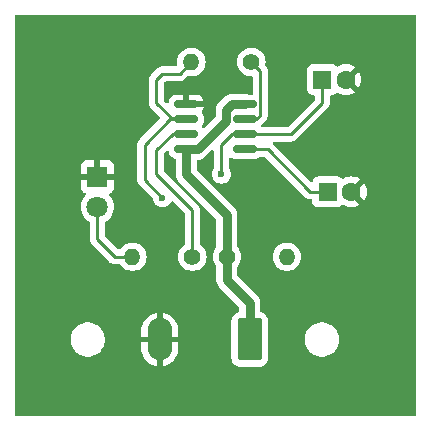
<source format=gbr>
%TF.GenerationSoftware,KiCad,Pcbnew,8.0.5*%
%TF.CreationDate,2024-12-18T15:09:30+03:00*%
%TF.ProjectId,555_badge,3535355f-6261-4646-9765-2e6b69636164,V01*%
%TF.SameCoordinates,Original*%
%TF.FileFunction,Copper,L1,Top*%
%TF.FilePolarity,Positive*%
%FSLAX46Y46*%
G04 Gerber Fmt 4.6, Leading zero omitted, Abs format (unit mm)*
G04 Created by KiCad (PCBNEW 8.0.5) date 2024-12-18 15:09:30*
%MOMM*%
%LPD*%
G01*
G04 APERTURE LIST*
G04 Aperture macros list*
%AMRoundRect*
0 Rectangle with rounded corners*
0 $1 Rounding radius*
0 $2 $3 $4 $5 $6 $7 $8 $9 X,Y pos of 4 corners*
0 Add a 4 corners polygon primitive as box body*
4,1,4,$2,$3,$4,$5,$6,$7,$8,$9,$2,$3,0*
0 Add four circle primitives for the rounded corners*
1,1,$1+$1,$2,$3*
1,1,$1+$1,$4,$5*
1,1,$1+$1,$6,$7*
1,1,$1+$1,$8,$9*
0 Add four rect primitives between the rounded corners*
20,1,$1+$1,$2,$3,$4,$5,0*
20,1,$1+$1,$4,$5,$6,$7,0*
20,1,$1+$1,$6,$7,$8,$9,0*
20,1,$1+$1,$8,$9,$2,$3,0*%
G04 Aperture macros list end*
%TA.AperFunction,SMDPad,CuDef*%
%ADD10RoundRect,0.150000X-0.825000X-0.150000X0.825000X-0.150000X0.825000X0.150000X-0.825000X0.150000X0*%
%TD*%
%TA.AperFunction,ComponentPad*%
%ADD11R,1.800000X1.800000*%
%TD*%
%TA.AperFunction,ComponentPad*%
%ADD12C,1.800000*%
%TD*%
%TA.AperFunction,ComponentPad*%
%ADD13O,1.400000X1.400000*%
%TD*%
%TA.AperFunction,ComponentPad*%
%ADD14C,1.400000*%
%TD*%
%TA.AperFunction,ComponentPad*%
%ADD15RoundRect,0.250001X0.799999X1.549999X-0.799999X1.549999X-0.799999X-1.549999X0.799999X-1.549999X0*%
%TD*%
%TA.AperFunction,ComponentPad*%
%ADD16O,2.100000X3.600000*%
%TD*%
%TA.AperFunction,ComponentPad*%
%ADD17R,1.600000X1.600000*%
%TD*%
%TA.AperFunction,ComponentPad*%
%ADD18C,1.600000*%
%TD*%
%TA.AperFunction,ViaPad*%
%ADD19C,0.600000*%
%TD*%
%TA.AperFunction,Conductor*%
%ADD20C,0.254000*%
%TD*%
%TA.AperFunction,Conductor*%
%ADD21C,0.762000*%
%TD*%
G04 APERTURE END LIST*
D10*
%TO.P,U1,1,GND*%
%TO.N,GND*%
X129525000Y-80595000D03*
%TO.P,U1,2,TR*%
%TO.N,Net-(U1-THR)*%
X129525000Y-81865000D03*
%TO.P,U1,3,Q*%
%TO.N,Net-(U1-Q)*%
X129525000Y-83135000D03*
%TO.P,U1,4,R*%
%TO.N,Net-(J1-Pin_1)*%
X129525000Y-84405000D03*
%TO.P,U1,5,CV*%
%TO.N,Net-(U1-CV)*%
X134475000Y-84405000D03*
%TO.P,U1,6,THR*%
%TO.N,Net-(U1-THR)*%
X134475000Y-83135000D03*
%TO.P,U1,7,DIS*%
%TO.N,Net-(U1-DIS)*%
X134475000Y-81865000D03*
%TO.P,U1,8,VCC*%
%TO.N,Net-(J1-Pin_1)*%
X134475000Y-80595000D03*
%TD*%
D11*
%TO.P,D1,1,K*%
%TO.N,GND*%
X122000000Y-86725000D03*
D12*
%TO.P,D1,2,A*%
%TO.N,Net-(D1-A)*%
X122000000Y-89265000D03*
%TD*%
D13*
%TO.P,R3,2*%
%TO.N,Net-(U1-THR)*%
X129960000Y-77000000D03*
D14*
%TO.P,R3,1*%
%TO.N,Net-(U1-DIS)*%
X135040000Y-77000000D03*
%TD*%
D15*
%TO.P,J1,1,Pin_1*%
%TO.N,Net-(J1-Pin_1)*%
X134900000Y-100500000D03*
D16*
%TO.P,J1,2,Pin_2*%
%TO.N,GND*%
X127280000Y-100500000D03*
%TD*%
D17*
%TO.P,C2,1*%
%TO.N,Net-(U1-THR)*%
X141044888Y-78500000D03*
D18*
%TO.P,C2,2*%
%TO.N,GND*%
X143044888Y-78500000D03*
%TD*%
D17*
%TO.P,C1,1*%
%TO.N,Net-(U1-CV)*%
X141500000Y-88000000D03*
D18*
%TO.P,C1,2*%
%TO.N,GND*%
X143500000Y-88000000D03*
%TD*%
D14*
%TO.P,R2,1*%
%TO.N,Net-(J1-Pin_1)*%
X132960000Y-93500000D03*
D13*
%TO.P,R2,2*%
%TO.N,Net-(U1-DIS)*%
X138040000Y-93500000D03*
%TD*%
D14*
%TO.P,R1,1*%
%TO.N,Net-(U1-Q)*%
X130040000Y-93500000D03*
D13*
%TO.P,R1,2*%
%TO.N,Net-(D1-A)*%
X124960000Y-93500000D03*
%TD*%
D19*
%TO.N,Net-(U1-THR)*%
X132500000Y-86500000D03*
X127500000Y-88500000D03*
%TD*%
D20*
%TO.N,Net-(U1-THR)*%
X132500000Y-84000000D02*
X132500000Y-86500000D01*
X133365000Y-83135000D02*
X132500000Y-84000000D01*
X134475000Y-83135000D02*
X133365000Y-83135000D01*
X126000000Y-87000000D02*
X127500000Y-88500000D01*
X126000000Y-84000000D02*
X126000000Y-87000000D01*
X128135000Y-81865000D02*
X126000000Y-84000000D01*
X129525000Y-81865000D02*
X128135000Y-81865000D01*
%TO.N,Net-(U1-DIS)*%
X135777000Y-81537999D02*
X135449999Y-81865000D01*
X135449999Y-81865000D02*
X134475000Y-81865000D01*
X135777000Y-77737000D02*
X135777000Y-81537999D01*
X135040000Y-77000000D02*
X135777000Y-77737000D01*
%TO.N,Net-(U1-THR)*%
X128960000Y-78000000D02*
X129960000Y-77000000D01*
X127500000Y-78000000D02*
X128960000Y-78000000D01*
X127000000Y-78500000D02*
X127500000Y-78000000D01*
X127000000Y-80500000D02*
X127000000Y-78500000D01*
X128365000Y-81865000D02*
X127000000Y-80500000D01*
X129525000Y-81865000D02*
X128365000Y-81865000D01*
X141044888Y-80455112D02*
X141044888Y-78500000D01*
X138365000Y-83135000D02*
X141044888Y-80455112D01*
X134475000Y-83135000D02*
X138365000Y-83135000D01*
%TO.N,Net-(U1-CV)*%
X136405000Y-84405000D02*
X140000000Y-88000000D01*
X140000000Y-88000000D02*
X141500000Y-88000000D01*
X134475000Y-84405000D02*
X136405000Y-84405000D01*
%TO.N,Net-(D1-A)*%
X122000000Y-92000000D02*
X122000000Y-89265000D01*
X123500000Y-93500000D02*
X122000000Y-92000000D01*
X124960000Y-93500000D02*
X123500000Y-93500000D01*
%TO.N,Net-(U1-Q)*%
X127000000Y-86500000D02*
X127000000Y-84500000D01*
X127000000Y-84500000D02*
X128365000Y-83135000D01*
X128365000Y-83135000D02*
X129525000Y-83135000D01*
X130040000Y-89540000D02*
X127000000Y-86500000D01*
X130040000Y-93500000D02*
X130040000Y-89540000D01*
D21*
%TO.N,Net-(J1-Pin_1)*%
X133405000Y-80595000D02*
X134475000Y-80595000D01*
X132919000Y-81985999D02*
X132919000Y-81081000D01*
X132919000Y-81081000D02*
X133405000Y-80595000D01*
X130499999Y-84405000D02*
X132919000Y-81985999D01*
X129525000Y-84405000D02*
X130499999Y-84405000D01*
X129525000Y-86475000D02*
X129525000Y-84405000D01*
X132960000Y-89960000D02*
X129500000Y-86500000D01*
X129500000Y-86500000D02*
X129525000Y-86475000D01*
X132960000Y-93500000D02*
X132960000Y-89960000D01*
X134900000Y-97400000D02*
X132960000Y-95460000D01*
X132960000Y-95460000D02*
X132960000Y-93500000D01*
X134900000Y-100500000D02*
X134900000Y-97400000D01*
%TD*%
%TA.AperFunction,Conductor*%
%TO.N,GND*%
G36*
X148942539Y-73020185D02*
G01*
X148988294Y-73072989D01*
X148999500Y-73124500D01*
X148999500Y-106875500D01*
X148979815Y-106942539D01*
X148927011Y-106988294D01*
X148875500Y-106999500D01*
X115124500Y-106999500D01*
X115057461Y-106979815D01*
X115011706Y-106927011D01*
X115000500Y-106875500D01*
X115000500Y-100385837D01*
X119729500Y-100385837D01*
X119729500Y-100614162D01*
X119765215Y-100839660D01*
X119835770Y-101056803D01*
X119908733Y-101200000D01*
X119939421Y-101260228D01*
X120073621Y-101444937D01*
X120235063Y-101606379D01*
X120419772Y-101740579D01*
X120515884Y-101789550D01*
X120623196Y-101844229D01*
X120623198Y-101844229D01*
X120623201Y-101844231D01*
X120739592Y-101882049D01*
X120840339Y-101914784D01*
X121065838Y-101950500D01*
X121065843Y-101950500D01*
X121294162Y-101950500D01*
X121519660Y-101914784D01*
X121736799Y-101844231D01*
X121940228Y-101740579D01*
X122124937Y-101606379D01*
X122286379Y-101444937D01*
X122420579Y-101260228D01*
X122524231Y-101056799D01*
X122594784Y-100839660D01*
X122616242Y-100704182D01*
X122630500Y-100614162D01*
X122630500Y-100385837D01*
X122594784Y-100160339D01*
X122560159Y-100053776D01*
X122524231Y-99943201D01*
X122524229Y-99943198D01*
X122524229Y-99943196D01*
X122464973Y-99826901D01*
X122420579Y-99739772D01*
X122339376Y-99628006D01*
X125730000Y-99628006D01*
X125730000Y-100250000D01*
X126625879Y-100250000D01*
X126606901Y-100295818D01*
X126580000Y-100431056D01*
X126580000Y-100568944D01*
X126606901Y-100704182D01*
X126625879Y-100750000D01*
X125730000Y-100750000D01*
X125730000Y-101371993D01*
X125768165Y-101612959D01*
X125843560Y-101844998D01*
X125954321Y-102062377D01*
X126097728Y-102259759D01*
X126270240Y-102432271D01*
X126467622Y-102575678D01*
X126685001Y-102686439D01*
X126917041Y-102761834D01*
X127029999Y-102779724D01*
X127030000Y-102779724D01*
X127030000Y-101154120D01*
X127075818Y-101173099D01*
X127211056Y-101200000D01*
X127348944Y-101200000D01*
X127484182Y-101173099D01*
X127530000Y-101154120D01*
X127530000Y-102779724D01*
X127642957Y-102761834D01*
X127642958Y-102761834D01*
X127874998Y-102686439D01*
X128092377Y-102575678D01*
X128289759Y-102432271D01*
X128462271Y-102259759D01*
X128605678Y-102062377D01*
X128716439Y-101844998D01*
X128791834Y-101612959D01*
X128830000Y-101371993D01*
X128830000Y-100750000D01*
X127934121Y-100750000D01*
X127953099Y-100704182D01*
X127980000Y-100568944D01*
X127980000Y-100431056D01*
X127953099Y-100295818D01*
X127934121Y-100250000D01*
X128830000Y-100250000D01*
X128830000Y-99628006D01*
X128791834Y-99387040D01*
X128716439Y-99155001D01*
X128605678Y-98937622D01*
X128462271Y-98740240D01*
X128289759Y-98567728D01*
X128092377Y-98424321D01*
X127874998Y-98313560D01*
X127642959Y-98238165D01*
X127530000Y-98220274D01*
X127530000Y-99845879D01*
X127484182Y-99826901D01*
X127348944Y-99800000D01*
X127211056Y-99800000D01*
X127075818Y-99826901D01*
X127030000Y-99845879D01*
X127030000Y-98220274D01*
X126917040Y-98238165D01*
X126685001Y-98313560D01*
X126467622Y-98424321D01*
X126270240Y-98567728D01*
X126097728Y-98740240D01*
X125954321Y-98937622D01*
X125843560Y-99155001D01*
X125768165Y-99387040D01*
X125730000Y-99628006D01*
X122339376Y-99628006D01*
X122286379Y-99555063D01*
X122124937Y-99393621D01*
X121940228Y-99259421D01*
X121736803Y-99155770D01*
X121519660Y-99085215D01*
X121294162Y-99049500D01*
X121294157Y-99049500D01*
X121065843Y-99049500D01*
X121065838Y-99049500D01*
X120840339Y-99085215D01*
X120623196Y-99155770D01*
X120419771Y-99259421D01*
X120235061Y-99393622D01*
X120073622Y-99555061D01*
X119939421Y-99739771D01*
X119835770Y-99943196D01*
X119765215Y-100160339D01*
X119729500Y-100385837D01*
X115000500Y-100385837D01*
X115000500Y-89264993D01*
X120594700Y-89264993D01*
X120594700Y-89265006D01*
X120613864Y-89496297D01*
X120613866Y-89496308D01*
X120670842Y-89721300D01*
X120764075Y-89933848D01*
X120891016Y-90128147D01*
X120891019Y-90128151D01*
X120891021Y-90128153D01*
X121048216Y-90298913D01*
X121048219Y-90298915D01*
X121048222Y-90298918D01*
X121231365Y-90441464D01*
X121231375Y-90441471D01*
X121307517Y-90482676D01*
X121357108Y-90531895D01*
X121372500Y-90591731D01*
X121372500Y-92061807D01*
X121396612Y-92183027D01*
X121396614Y-92183035D01*
X121430062Y-92263785D01*
X121443915Y-92297229D01*
X121443920Y-92297239D01*
X121512588Y-92400007D01*
X121512591Y-92400011D01*
X123012589Y-93900008D01*
X123099992Y-93987411D01*
X123099993Y-93987412D01*
X123202760Y-94056079D01*
X123202773Y-94056086D01*
X123316960Y-94103383D01*
X123316965Y-94103385D01*
X123316969Y-94103385D01*
X123316970Y-94103386D01*
X123438194Y-94127500D01*
X123438197Y-94127500D01*
X123867768Y-94127500D01*
X123934807Y-94147185D01*
X123966722Y-94176773D01*
X124069020Y-94312238D01*
X124233437Y-94462123D01*
X124233439Y-94462125D01*
X124422595Y-94579245D01*
X124422596Y-94579245D01*
X124422599Y-94579247D01*
X124630060Y-94659618D01*
X124848757Y-94700500D01*
X124848759Y-94700500D01*
X125071241Y-94700500D01*
X125071243Y-94700500D01*
X125289940Y-94659618D01*
X125497401Y-94579247D01*
X125686562Y-94462124D01*
X125850981Y-94312236D01*
X125985058Y-94134689D01*
X126084229Y-93935528D01*
X126145115Y-93721536D01*
X126165643Y-93500000D01*
X126145115Y-93278464D01*
X126084229Y-93064472D01*
X125988638Y-92872500D01*
X125985061Y-92865316D01*
X125985056Y-92865308D01*
X125850979Y-92687761D01*
X125686562Y-92537876D01*
X125686560Y-92537874D01*
X125497404Y-92420754D01*
X125497398Y-92420752D01*
X125289940Y-92340382D01*
X125071243Y-92299500D01*
X124848757Y-92299500D01*
X124630060Y-92340382D01*
X124498864Y-92391207D01*
X124422601Y-92420752D01*
X124422595Y-92420754D01*
X124233439Y-92537874D01*
X124233437Y-92537876D01*
X124069020Y-92687761D01*
X123966722Y-92823227D01*
X123910613Y-92864863D01*
X123867768Y-92872500D01*
X123811281Y-92872500D01*
X123744242Y-92852815D01*
X123723600Y-92836181D01*
X122663819Y-91776400D01*
X122630334Y-91715077D01*
X122627500Y-91688719D01*
X122627500Y-90591731D01*
X122647185Y-90524692D01*
X122692483Y-90482676D01*
X122768624Y-90441471D01*
X122768623Y-90441471D01*
X122768626Y-90441470D01*
X122951784Y-90298913D01*
X123108979Y-90128153D01*
X123235924Y-89933849D01*
X123329157Y-89721300D01*
X123386134Y-89496305D01*
X123386135Y-89496297D01*
X123405300Y-89265006D01*
X123405300Y-89264993D01*
X123386135Y-89033702D01*
X123386133Y-89033691D01*
X123329157Y-88808699D01*
X123235924Y-88596151D01*
X123108981Y-88401849D01*
X123013832Y-88298489D01*
X122982910Y-88235835D01*
X122990770Y-88166409D01*
X123034918Y-88112253D01*
X123061730Y-88098325D01*
X123142084Y-88068355D01*
X123142093Y-88068350D01*
X123257187Y-87982190D01*
X123257190Y-87982187D01*
X123343350Y-87867093D01*
X123343354Y-87867086D01*
X123393596Y-87732379D01*
X123393598Y-87732372D01*
X123399999Y-87672844D01*
X123400000Y-87672827D01*
X123400000Y-86975000D01*
X122375278Y-86975000D01*
X122419333Y-86898694D01*
X122450000Y-86784244D01*
X122450000Y-86665756D01*
X122419333Y-86551306D01*
X122375278Y-86475000D01*
X123400000Y-86475000D01*
X123400000Y-85777172D01*
X123399999Y-85777155D01*
X123393598Y-85717627D01*
X123393596Y-85717620D01*
X123343354Y-85582913D01*
X123343350Y-85582906D01*
X123257190Y-85467812D01*
X123257187Y-85467809D01*
X123142093Y-85381649D01*
X123142086Y-85381645D01*
X123007379Y-85331403D01*
X123007372Y-85331401D01*
X122947844Y-85325000D01*
X122250000Y-85325000D01*
X122250000Y-86349722D01*
X122173694Y-86305667D01*
X122059244Y-86275000D01*
X121940756Y-86275000D01*
X121826306Y-86305667D01*
X121750000Y-86349722D01*
X121750000Y-85325000D01*
X121052155Y-85325000D01*
X120992627Y-85331401D01*
X120992620Y-85331403D01*
X120857913Y-85381645D01*
X120857906Y-85381649D01*
X120742812Y-85467809D01*
X120742809Y-85467812D01*
X120656649Y-85582906D01*
X120656645Y-85582913D01*
X120606403Y-85717620D01*
X120606401Y-85717627D01*
X120600000Y-85777155D01*
X120600000Y-86475000D01*
X121624722Y-86475000D01*
X121580667Y-86551306D01*
X121550000Y-86665756D01*
X121550000Y-86784244D01*
X121580667Y-86898694D01*
X121624722Y-86975000D01*
X120600000Y-86975000D01*
X120600000Y-87672844D01*
X120606401Y-87732372D01*
X120606403Y-87732379D01*
X120656645Y-87867086D01*
X120656649Y-87867093D01*
X120742809Y-87982187D01*
X120742812Y-87982190D01*
X120857906Y-88068350D01*
X120857913Y-88068354D01*
X120938270Y-88098325D01*
X120994204Y-88140196D01*
X121018621Y-88205660D01*
X121003770Y-88273933D01*
X120986168Y-88298489D01*
X120948295Y-88339629D01*
X120891021Y-88401847D01*
X120891019Y-88401848D01*
X120891016Y-88401853D01*
X120764075Y-88596151D01*
X120670842Y-88808699D01*
X120613866Y-89033691D01*
X120613864Y-89033702D01*
X120594700Y-89264993D01*
X115000500Y-89264993D01*
X115000500Y-83938195D01*
X125372500Y-83938195D01*
X125372500Y-87061807D01*
X125396612Y-87183028D01*
X125396615Y-87183038D01*
X125414323Y-87225786D01*
X125414324Y-87225790D01*
X125443913Y-87297226D01*
X125443917Y-87297233D01*
X125483518Y-87356500D01*
X125483519Y-87356501D01*
X125512590Y-87400010D01*
X125512591Y-87400011D01*
X126674146Y-88561565D01*
X126707631Y-88622888D01*
X126709685Y-88635361D01*
X126714630Y-88679249D01*
X126774210Y-88849521D01*
X126774211Y-88849522D01*
X126870184Y-89002262D01*
X126997738Y-89129816D01*
X127150478Y-89225789D01*
X127262517Y-89264993D01*
X127320745Y-89285368D01*
X127320750Y-89285369D01*
X127499996Y-89305565D01*
X127500000Y-89305565D01*
X127500004Y-89305565D01*
X127679249Y-89285369D01*
X127679252Y-89285368D01*
X127679255Y-89285368D01*
X127849522Y-89225789D01*
X128002262Y-89129816D01*
X128129816Y-89002262D01*
X128225789Y-88849522D01*
X128225790Y-88849517D01*
X128226771Y-88847482D01*
X128227758Y-88846388D01*
X128229494Y-88843626D01*
X128229977Y-88843929D01*
X128273591Y-88795619D01*
X128341016Y-88777302D01*
X128407642Y-88798345D01*
X128426176Y-88813595D01*
X129376181Y-89763600D01*
X129409666Y-89824923D01*
X129412500Y-89851281D01*
X129412500Y-92407471D01*
X129392815Y-92474510D01*
X129353779Y-92512897D01*
X129313438Y-92537875D01*
X129313437Y-92537876D01*
X129149020Y-92687761D01*
X129014943Y-92865308D01*
X129014938Y-92865316D01*
X128915775Y-93064461D01*
X128915769Y-93064476D01*
X128854885Y-93278462D01*
X128854884Y-93278464D01*
X128834357Y-93499999D01*
X128834357Y-93500000D01*
X128854884Y-93721535D01*
X128854885Y-93721537D01*
X128915769Y-93935523D01*
X128915775Y-93935538D01*
X129014938Y-94134683D01*
X129014943Y-94134691D01*
X129149020Y-94312238D01*
X129313437Y-94462123D01*
X129313439Y-94462125D01*
X129502595Y-94579245D01*
X129502596Y-94579245D01*
X129502599Y-94579247D01*
X129710060Y-94659618D01*
X129928757Y-94700500D01*
X129928759Y-94700500D01*
X130151241Y-94700500D01*
X130151243Y-94700500D01*
X130369940Y-94659618D01*
X130577401Y-94579247D01*
X130766562Y-94462124D01*
X130930981Y-94312236D01*
X131065058Y-94134689D01*
X131164229Y-93935528D01*
X131225115Y-93721536D01*
X131245643Y-93500000D01*
X131225115Y-93278464D01*
X131164229Y-93064472D01*
X131068638Y-92872500D01*
X131065061Y-92865316D01*
X131065056Y-92865308D01*
X130930979Y-92687761D01*
X130766562Y-92537876D01*
X130766561Y-92537875D01*
X130726221Y-92512897D01*
X130679586Y-92460869D01*
X130667500Y-92407471D01*
X130667500Y-89478194D01*
X130643386Y-89356970D01*
X130643385Y-89356969D01*
X130643385Y-89356965D01*
X130622095Y-89305565D01*
X130596086Y-89242773D01*
X130596079Y-89242760D01*
X130527412Y-89139993D01*
X130489016Y-89101597D01*
X130440008Y-89052589D01*
X127663819Y-86276400D01*
X127630334Y-86215077D01*
X127627500Y-86188719D01*
X127627500Y-84811281D01*
X127647185Y-84744242D01*
X127663819Y-84723600D01*
X127729851Y-84657568D01*
X127838675Y-84548743D01*
X127899996Y-84515260D01*
X127969687Y-84520244D01*
X128025621Y-84562115D01*
X128049972Y-84626696D01*
X128052401Y-84657568D01*
X128052402Y-84657573D01*
X128098254Y-84815393D01*
X128098255Y-84815396D01*
X128181917Y-84956862D01*
X128181923Y-84956870D01*
X128298129Y-85073076D01*
X128298133Y-85073079D01*
X128298135Y-85073081D01*
X128439602Y-85156744D01*
X128473115Y-85166480D01*
X128554095Y-85190008D01*
X128612981Y-85227614D01*
X128642187Y-85291087D01*
X128643500Y-85309084D01*
X128643500Y-86275285D01*
X128641117Y-86299477D01*
X128618500Y-86413176D01*
X128618500Y-86413179D01*
X128618500Y-86586821D01*
X128618500Y-86586823D01*
X128618499Y-86586823D01*
X128652374Y-86757118D01*
X128652377Y-86757128D01*
X128718822Y-86917543D01*
X128815295Y-87061926D01*
X128815296Y-87061927D01*
X132042181Y-90288811D01*
X132075666Y-90350134D01*
X132078500Y-90376492D01*
X132078500Y-92633649D01*
X132058815Y-92700688D01*
X132053454Y-92708376D01*
X131934943Y-92865308D01*
X131934938Y-92865316D01*
X131835775Y-93064461D01*
X131835769Y-93064476D01*
X131774885Y-93278462D01*
X131774884Y-93278464D01*
X131754357Y-93499999D01*
X131754357Y-93500000D01*
X131774884Y-93721535D01*
X131774885Y-93721537D01*
X131835769Y-93935523D01*
X131835775Y-93935538D01*
X131934938Y-94134683D01*
X131934943Y-94134691D01*
X132053454Y-94291624D01*
X132078146Y-94356985D01*
X132078500Y-94366351D01*
X132078500Y-95373179D01*
X132078500Y-95546821D01*
X132078500Y-95546823D01*
X132078499Y-95546823D01*
X132112374Y-95717118D01*
X132112377Y-95717128D01*
X132178822Y-95877543D01*
X132275295Y-96021926D01*
X132275296Y-96021927D01*
X133982181Y-97728810D01*
X134015666Y-97790133D01*
X134018500Y-97816491D01*
X134018500Y-98096834D01*
X133998815Y-98163873D01*
X133946011Y-98209628D01*
X133933504Y-98214540D01*
X133780665Y-98265186D01*
X133780662Y-98265187D01*
X133631348Y-98357286D01*
X133631344Y-98357289D01*
X133507289Y-98481344D01*
X133507286Y-98481348D01*
X133415187Y-98630662D01*
X133415186Y-98630664D01*
X133360001Y-98797203D01*
X133360000Y-98797204D01*
X133349500Y-98899984D01*
X133349500Y-102100015D01*
X133360000Y-102202795D01*
X133360001Y-102202796D01*
X133415186Y-102369335D01*
X133415187Y-102369337D01*
X133507286Y-102518651D01*
X133507289Y-102518655D01*
X133631344Y-102642710D01*
X133631348Y-102642713D01*
X133780662Y-102734812D01*
X133780664Y-102734813D01*
X133780666Y-102734814D01*
X133947203Y-102789999D01*
X134049992Y-102800500D01*
X134049997Y-102800500D01*
X135750003Y-102800500D01*
X135750008Y-102800500D01*
X135852797Y-102789999D01*
X136019334Y-102734814D01*
X136168655Y-102642711D01*
X136292711Y-102518655D01*
X136384814Y-102369334D01*
X136439999Y-102202797D01*
X136450500Y-102100008D01*
X136450500Y-100385837D01*
X139549500Y-100385837D01*
X139549500Y-100614162D01*
X139585215Y-100839660D01*
X139655770Y-101056803D01*
X139728733Y-101200000D01*
X139759421Y-101260228D01*
X139893621Y-101444937D01*
X140055063Y-101606379D01*
X140239772Y-101740579D01*
X140335884Y-101789550D01*
X140443196Y-101844229D01*
X140443198Y-101844229D01*
X140443201Y-101844231D01*
X140559592Y-101882049D01*
X140660339Y-101914784D01*
X140885838Y-101950500D01*
X140885843Y-101950500D01*
X141114162Y-101950500D01*
X141339660Y-101914784D01*
X141556799Y-101844231D01*
X141760228Y-101740579D01*
X141944937Y-101606379D01*
X142106379Y-101444937D01*
X142240579Y-101260228D01*
X142344231Y-101056799D01*
X142414784Y-100839660D01*
X142436242Y-100704182D01*
X142450500Y-100614162D01*
X142450500Y-100385837D01*
X142414784Y-100160339D01*
X142380159Y-100053776D01*
X142344231Y-99943201D01*
X142344229Y-99943198D01*
X142344229Y-99943196D01*
X142284973Y-99826901D01*
X142240579Y-99739772D01*
X142106379Y-99555063D01*
X141944937Y-99393621D01*
X141760228Y-99259421D01*
X141556803Y-99155770D01*
X141339660Y-99085215D01*
X141114162Y-99049500D01*
X141114157Y-99049500D01*
X140885843Y-99049500D01*
X140885838Y-99049500D01*
X140660339Y-99085215D01*
X140443196Y-99155770D01*
X140239771Y-99259421D01*
X140055061Y-99393622D01*
X139893622Y-99555061D01*
X139759421Y-99739771D01*
X139655770Y-99943196D01*
X139585215Y-100160339D01*
X139549500Y-100385837D01*
X136450500Y-100385837D01*
X136450500Y-98899992D01*
X136439999Y-98797203D01*
X136384814Y-98630666D01*
X136292711Y-98481345D01*
X136168655Y-98357289D01*
X136168651Y-98357286D01*
X136019337Y-98265187D01*
X136019334Y-98265186D01*
X135866496Y-98214540D01*
X135809051Y-98174767D01*
X135782228Y-98110251D01*
X135781500Y-98096834D01*
X135781500Y-97313177D01*
X135747625Y-97142881D01*
X135747624Y-97142880D01*
X135747624Y-97142876D01*
X135747622Y-97142871D01*
X135681178Y-96982459D01*
X135681171Y-96982446D01*
X135584707Y-96838078D01*
X135584706Y-96838077D01*
X135461923Y-96715294D01*
X133877819Y-95131189D01*
X133844334Y-95069866D01*
X133841500Y-95043508D01*
X133841500Y-94366351D01*
X133861185Y-94299312D01*
X133866546Y-94291624D01*
X133985058Y-94134689D01*
X134084229Y-93935528D01*
X134145115Y-93721536D01*
X134165643Y-93500000D01*
X134165643Y-93499999D01*
X136834357Y-93499999D01*
X136834357Y-93500000D01*
X136854884Y-93721535D01*
X136854885Y-93721537D01*
X136915769Y-93935523D01*
X136915775Y-93935538D01*
X137014938Y-94134683D01*
X137014943Y-94134691D01*
X137149020Y-94312238D01*
X137313437Y-94462123D01*
X137313439Y-94462125D01*
X137502595Y-94579245D01*
X137502596Y-94579245D01*
X137502599Y-94579247D01*
X137710060Y-94659618D01*
X137928757Y-94700500D01*
X137928759Y-94700500D01*
X138151241Y-94700500D01*
X138151243Y-94700500D01*
X138369940Y-94659618D01*
X138577401Y-94579247D01*
X138766562Y-94462124D01*
X138930981Y-94312236D01*
X139065058Y-94134689D01*
X139164229Y-93935528D01*
X139225115Y-93721536D01*
X139245643Y-93500000D01*
X139225115Y-93278464D01*
X139164229Y-93064472D01*
X139068638Y-92872500D01*
X139065061Y-92865316D01*
X139065056Y-92865308D01*
X138930979Y-92687761D01*
X138766562Y-92537876D01*
X138766560Y-92537874D01*
X138577404Y-92420754D01*
X138577398Y-92420752D01*
X138369940Y-92340382D01*
X138151243Y-92299500D01*
X137928757Y-92299500D01*
X137710060Y-92340382D01*
X137578864Y-92391207D01*
X137502601Y-92420752D01*
X137502595Y-92420754D01*
X137313439Y-92537874D01*
X137313437Y-92537876D01*
X137149020Y-92687761D01*
X137014943Y-92865308D01*
X137014938Y-92865316D01*
X136915775Y-93064461D01*
X136915769Y-93064476D01*
X136854885Y-93278462D01*
X136854884Y-93278464D01*
X136834357Y-93499999D01*
X134165643Y-93499999D01*
X134145115Y-93278464D01*
X134084229Y-93064472D01*
X133988638Y-92872500D01*
X133985061Y-92865316D01*
X133985056Y-92865308D01*
X133866546Y-92708376D01*
X133841854Y-92643015D01*
X133841500Y-92633649D01*
X133841500Y-89873179D01*
X133841499Y-89873176D01*
X133841050Y-89870915D01*
X133841048Y-89870908D01*
X133807625Y-89702876D01*
X133774400Y-89622664D01*
X133741176Y-89542454D01*
X133644704Y-89398073D01*
X130442819Y-86196188D01*
X130409334Y-86134865D01*
X130406500Y-86108507D01*
X130406500Y-85410500D01*
X130426185Y-85343461D01*
X130478989Y-85297706D01*
X130530500Y-85286500D01*
X130586822Y-85286500D01*
X130701392Y-85263709D01*
X130757123Y-85252624D01*
X130870891Y-85205500D01*
X130917542Y-85186177D01*
X130917543Y-85186176D01*
X130917546Y-85186175D01*
X131061923Y-85089706D01*
X131660819Y-84490810D01*
X131722142Y-84457325D01*
X131791833Y-84462309D01*
X131847767Y-84504180D01*
X131872184Y-84569645D01*
X131872500Y-84578491D01*
X131872500Y-85958328D01*
X131853494Y-86024300D01*
X131774211Y-86150476D01*
X131714631Y-86320745D01*
X131714630Y-86320750D01*
X131694435Y-86499996D01*
X131694435Y-86500003D01*
X131714630Y-86679249D01*
X131714631Y-86679254D01*
X131774211Y-86849523D01*
X131816951Y-86917543D01*
X131870184Y-87002262D01*
X131997738Y-87129816D01*
X132150478Y-87225789D01*
X132320745Y-87285368D01*
X132320750Y-87285369D01*
X132499996Y-87305565D01*
X132500000Y-87305565D01*
X132500004Y-87305565D01*
X132679249Y-87285369D01*
X132679252Y-87285368D01*
X132679255Y-87285368D01*
X132849522Y-87225789D01*
X133002262Y-87129816D01*
X133129816Y-87002262D01*
X133225789Y-86849522D01*
X133285368Y-86679255D01*
X133286889Y-86665756D01*
X133305565Y-86500003D01*
X133305565Y-86499996D01*
X133285369Y-86320750D01*
X133285368Y-86320745D01*
X133248393Y-86215077D01*
X133225789Y-86150478D01*
X133146505Y-86024299D01*
X133127500Y-85958328D01*
X133127500Y-85219132D01*
X133147185Y-85152093D01*
X133199989Y-85106338D01*
X133269147Y-85096394D01*
X133314618Y-85112399D01*
X133389602Y-85156744D01*
X133431224Y-85168836D01*
X133547426Y-85202597D01*
X133547429Y-85202597D01*
X133547431Y-85202598D01*
X133584306Y-85205500D01*
X133584314Y-85205500D01*
X135365686Y-85205500D01*
X135365694Y-85205500D01*
X135402569Y-85202598D01*
X135402571Y-85202597D01*
X135402573Y-85202597D01*
X135459097Y-85186175D01*
X135560398Y-85156744D01*
X135701865Y-85073081D01*
X135701870Y-85073076D01*
X135706128Y-85068819D01*
X135767451Y-85035334D01*
X135793809Y-85032500D01*
X136093719Y-85032500D01*
X136160758Y-85052185D01*
X136181400Y-85068819D01*
X139512589Y-88400008D01*
X139558898Y-88446317D01*
X139599993Y-88487412D01*
X139702760Y-88556079D01*
X139702773Y-88556086D01*
X139746106Y-88574035D01*
X139746107Y-88574035D01*
X139816966Y-88603386D01*
X139915011Y-88622888D01*
X139938192Y-88627499D01*
X139938196Y-88627500D01*
X139938197Y-88627500D01*
X140075501Y-88627500D01*
X140142540Y-88647185D01*
X140188295Y-88699989D01*
X140199501Y-88751500D01*
X140199501Y-88847876D01*
X140205908Y-88907483D01*
X140256202Y-89042328D01*
X140256206Y-89042335D01*
X140342452Y-89157544D01*
X140342455Y-89157547D01*
X140457664Y-89243793D01*
X140457671Y-89243797D01*
X140592517Y-89294091D01*
X140592516Y-89294091D01*
X140599444Y-89294835D01*
X140652127Y-89300500D01*
X142347872Y-89300499D01*
X142407483Y-89294091D01*
X142542331Y-89243796D01*
X142657546Y-89157546D01*
X142664350Y-89148455D01*
X142720280Y-89106584D01*
X142789971Y-89101597D01*
X142834740Y-89121188D01*
X142847512Y-89130130D01*
X142847518Y-89130134D01*
X143053673Y-89226265D01*
X143053682Y-89226269D01*
X143273389Y-89285139D01*
X143273400Y-89285141D01*
X143499998Y-89304966D01*
X143500002Y-89304966D01*
X143726599Y-89285141D01*
X143726610Y-89285139D01*
X143946317Y-89226269D01*
X143946331Y-89226264D01*
X144152478Y-89130136D01*
X144225471Y-89079024D01*
X143546447Y-88400000D01*
X143552661Y-88400000D01*
X143654394Y-88372741D01*
X143745606Y-88320080D01*
X143820080Y-88245606D01*
X143872741Y-88154394D01*
X143900000Y-88052661D01*
X143900000Y-88046447D01*
X144579024Y-88725471D01*
X144630136Y-88652478D01*
X144726264Y-88446331D01*
X144726269Y-88446317D01*
X144785139Y-88226610D01*
X144785141Y-88226599D01*
X144804966Y-88000002D01*
X144804966Y-87999997D01*
X144785141Y-87773400D01*
X144785139Y-87773389D01*
X144726269Y-87553682D01*
X144726264Y-87553668D01*
X144630136Y-87347521D01*
X144630132Y-87347513D01*
X144579025Y-87274526D01*
X143900000Y-87953551D01*
X143900000Y-87947339D01*
X143872741Y-87845606D01*
X143820080Y-87754394D01*
X143745606Y-87679920D01*
X143654394Y-87627259D01*
X143552661Y-87600000D01*
X143546447Y-87600000D01*
X144225472Y-86920974D01*
X144152478Y-86869863D01*
X143946331Y-86773735D01*
X143946317Y-86773730D01*
X143726610Y-86714860D01*
X143726599Y-86714858D01*
X143500002Y-86695034D01*
X143499998Y-86695034D01*
X143273400Y-86714858D01*
X143273389Y-86714860D01*
X143053682Y-86773730D01*
X143053673Y-86773734D01*
X142847512Y-86869868D01*
X142847507Y-86869871D01*
X142834736Y-86878813D01*
X142768529Y-86901138D01*
X142700763Y-86884124D01*
X142664352Y-86851546D01*
X142657546Y-86842454D01*
X142657544Y-86842453D01*
X142657544Y-86842452D01*
X142542335Y-86756206D01*
X142542328Y-86756202D01*
X142407482Y-86705908D01*
X142407483Y-86705908D01*
X142347883Y-86699501D01*
X142347881Y-86699500D01*
X142347873Y-86699500D01*
X142347864Y-86699500D01*
X140652129Y-86699500D01*
X140652123Y-86699501D01*
X140592516Y-86705908D01*
X140457671Y-86756202D01*
X140457664Y-86756206D01*
X140342455Y-86842452D01*
X140342452Y-86842455D01*
X140256206Y-86957664D01*
X140256203Y-86957669D01*
X140211949Y-87076320D01*
X140170077Y-87132253D01*
X140104613Y-87156670D01*
X140036340Y-87141818D01*
X140008086Y-87120667D01*
X136861601Y-83974181D01*
X136828116Y-83912858D01*
X136833100Y-83843166D01*
X136874972Y-83787233D01*
X136940436Y-83762816D01*
X136949282Y-83762500D01*
X138426804Y-83762500D01*
X138426805Y-83762499D01*
X138548035Y-83738386D01*
X138634025Y-83702767D01*
X138662233Y-83691083D01*
X138765008Y-83622411D01*
X138852411Y-83535008D01*
X141532299Y-80855120D01*
X141537344Y-80847569D01*
X141600971Y-80752345D01*
X141630183Y-80681821D01*
X141648274Y-80638147D01*
X141672388Y-80516915D01*
X141672388Y-80393309D01*
X141672388Y-79924499D01*
X141692073Y-79857460D01*
X141744877Y-79811705D01*
X141796388Y-79800499D01*
X141892759Y-79800499D01*
X141892760Y-79800499D01*
X141952371Y-79794091D01*
X142087219Y-79743796D01*
X142202434Y-79657546D01*
X142209238Y-79648455D01*
X142265168Y-79606584D01*
X142334859Y-79601597D01*
X142379628Y-79621188D01*
X142392400Y-79630130D01*
X142392406Y-79630134D01*
X142598561Y-79726265D01*
X142598570Y-79726269D01*
X142818277Y-79785139D01*
X142818288Y-79785141D01*
X143044886Y-79804966D01*
X143044890Y-79804966D01*
X143271487Y-79785141D01*
X143271498Y-79785139D01*
X143491205Y-79726269D01*
X143491219Y-79726264D01*
X143697366Y-79630136D01*
X143770359Y-79579024D01*
X143091335Y-78900000D01*
X143097549Y-78900000D01*
X143199282Y-78872741D01*
X143290494Y-78820080D01*
X143364968Y-78745606D01*
X143417629Y-78654394D01*
X143444888Y-78552661D01*
X143444888Y-78546447D01*
X144123912Y-79225471D01*
X144175024Y-79152478D01*
X144271152Y-78946331D01*
X144271157Y-78946317D01*
X144330027Y-78726610D01*
X144330029Y-78726599D01*
X144349854Y-78500002D01*
X144349854Y-78499997D01*
X144330029Y-78273400D01*
X144330027Y-78273389D01*
X144271157Y-78053682D01*
X144271152Y-78053668D01*
X144175024Y-77847521D01*
X144175020Y-77847513D01*
X144123913Y-77774526D01*
X143444888Y-78453551D01*
X143444888Y-78447339D01*
X143417629Y-78345606D01*
X143364968Y-78254394D01*
X143290494Y-78179920D01*
X143199282Y-78127259D01*
X143097549Y-78100000D01*
X143091335Y-78100000D01*
X143770360Y-77420974D01*
X143697366Y-77369863D01*
X143491219Y-77273735D01*
X143491205Y-77273730D01*
X143271498Y-77214860D01*
X143271487Y-77214858D01*
X143044890Y-77195034D01*
X143044886Y-77195034D01*
X142818288Y-77214858D01*
X142818277Y-77214860D01*
X142598570Y-77273730D01*
X142598561Y-77273734D01*
X142392400Y-77369868D01*
X142392395Y-77369871D01*
X142379624Y-77378813D01*
X142313417Y-77401138D01*
X142245651Y-77384124D01*
X142209240Y-77351546D01*
X142202434Y-77342454D01*
X142202432Y-77342453D01*
X142202432Y-77342452D01*
X142087223Y-77256206D01*
X142087216Y-77256202D01*
X141952370Y-77205908D01*
X141952371Y-77205908D01*
X141892771Y-77199501D01*
X141892769Y-77199500D01*
X141892761Y-77199500D01*
X141892752Y-77199500D01*
X140197017Y-77199500D01*
X140197011Y-77199501D01*
X140137404Y-77205908D01*
X140002559Y-77256202D01*
X140002552Y-77256206D01*
X139887343Y-77342452D01*
X139887340Y-77342455D01*
X139801094Y-77457664D01*
X139801092Y-77457669D01*
X139750796Y-77592517D01*
X139744389Y-77652116D01*
X139744388Y-77652135D01*
X139744388Y-79347870D01*
X139744389Y-79347876D01*
X139750796Y-79407483D01*
X139801090Y-79542328D01*
X139801094Y-79542335D01*
X139887340Y-79657544D01*
X139887343Y-79657547D01*
X140002552Y-79743793D01*
X140002559Y-79743797D01*
X140012155Y-79747376D01*
X140137405Y-79794091D01*
X140197015Y-79800500D01*
X140293388Y-79800499D01*
X140360426Y-79820183D01*
X140406182Y-79872986D01*
X140417388Y-79924499D01*
X140417388Y-80143831D01*
X140397703Y-80210870D01*
X140381069Y-80231512D01*
X138141400Y-82471181D01*
X138080077Y-82504666D01*
X138053719Y-82507500D01*
X135994281Y-82507500D01*
X135927242Y-82487815D01*
X135881487Y-82435011D01*
X135871543Y-82365853D01*
X135900568Y-82302297D01*
X135906600Y-82295819D01*
X136264408Y-81938010D01*
X136264411Y-81938007D01*
X136333083Y-81835232D01*
X136380385Y-81721034D01*
X136393085Y-81657187D01*
X136404500Y-81599804D01*
X136404500Y-77675194D01*
X136380386Y-77553970D01*
X136380385Y-77553969D01*
X136380385Y-77553965D01*
X136380383Y-77553960D01*
X136333086Y-77439773D01*
X136333079Y-77439760D01*
X136264411Y-77336992D01*
X136264408Y-77336988D01*
X136259338Y-77331918D01*
X136225853Y-77270595D01*
X136225217Y-77227303D01*
X136224586Y-77227245D01*
X136245643Y-77000000D01*
X136245643Y-76999999D01*
X136225115Y-76778464D01*
X136225114Y-76778462D01*
X136164230Y-76564476D01*
X136164229Y-76564472D01*
X136164224Y-76564461D01*
X136065061Y-76365316D01*
X136065056Y-76365308D01*
X135930979Y-76187761D01*
X135766562Y-76037876D01*
X135766560Y-76037874D01*
X135577404Y-75920754D01*
X135577398Y-75920752D01*
X135369940Y-75840382D01*
X135151243Y-75799500D01*
X134928757Y-75799500D01*
X134710060Y-75840382D01*
X134578864Y-75891207D01*
X134502601Y-75920752D01*
X134502595Y-75920754D01*
X134313439Y-76037874D01*
X134313437Y-76037876D01*
X134149020Y-76187761D01*
X134014943Y-76365308D01*
X134014938Y-76365316D01*
X133915775Y-76564461D01*
X133915769Y-76564476D01*
X133854885Y-76778462D01*
X133854884Y-76778464D01*
X133834357Y-76999999D01*
X133834357Y-77000000D01*
X133854884Y-77221535D01*
X133854885Y-77221537D01*
X133915769Y-77435523D01*
X133915775Y-77435538D01*
X134014938Y-77634683D01*
X134014943Y-77634691D01*
X134149020Y-77812238D01*
X134313437Y-77962123D01*
X134313439Y-77962125D01*
X134502595Y-78079245D01*
X134502596Y-78079245D01*
X134502599Y-78079247D01*
X134710060Y-78159618D01*
X134928757Y-78200500D01*
X135025500Y-78200500D01*
X135092539Y-78220185D01*
X135138294Y-78272989D01*
X135149500Y-78324500D01*
X135149500Y-79670500D01*
X135129815Y-79737539D01*
X135077011Y-79783294D01*
X135025500Y-79794500D01*
X134870557Y-79794500D01*
X134823105Y-79785061D01*
X134732128Y-79747377D01*
X134732118Y-79747374D01*
X134561822Y-79713500D01*
X134561820Y-79713500D01*
X133491821Y-79713500D01*
X133318179Y-79713500D01*
X133318174Y-79713500D01*
X133147883Y-79747373D01*
X133147875Y-79747375D01*
X133035095Y-79794091D01*
X133035094Y-79794091D01*
X132987459Y-79813821D01*
X132987447Y-79813828D01*
X132899640Y-79872500D01*
X132899639Y-79872501D01*
X132843074Y-79910295D01*
X132843073Y-79910296D01*
X132234296Y-80519072D01*
X132234295Y-80519073D01*
X132137822Y-80663456D01*
X132071377Y-80823871D01*
X132071374Y-80823883D01*
X132049349Y-80934613D01*
X132049349Y-80934615D01*
X132037500Y-80994178D01*
X132037500Y-81569506D01*
X132017815Y-81636545D01*
X132001181Y-81657187D01*
X131058027Y-82600340D01*
X130996704Y-82633825D01*
X130927012Y-82628841D01*
X130872367Y-82588660D01*
X130863300Y-82576971D01*
X130865752Y-82575068D01*
X130839155Y-82526421D01*
X130844104Y-82456726D01*
X130864940Y-82424304D01*
X130863298Y-82423031D01*
X130868075Y-82416870D01*
X130868081Y-82416865D01*
X130951744Y-82275398D01*
X130997598Y-82117569D01*
X131000500Y-82080694D01*
X131000500Y-81649306D01*
X130997598Y-81612431D01*
X130993929Y-81599804D01*
X130951745Y-81454606D01*
X130951744Y-81454603D01*
X130951744Y-81454602D01*
X130868081Y-81313135D01*
X130868078Y-81313132D01*
X130863298Y-81306969D01*
X130865635Y-81305155D01*
X130838798Y-81256050D01*
X130843756Y-81186356D01*
X130864554Y-81153998D01*
X130862903Y-81152717D01*
X130867686Y-81146550D01*
X130951281Y-81005198D01*
X130997100Y-80847486D01*
X130997295Y-80845001D01*
X130997295Y-80845000D01*
X129399000Y-80845000D01*
X129331961Y-80825315D01*
X129286206Y-80772511D01*
X129275000Y-80721000D01*
X129275000Y-80345000D01*
X129775000Y-80345000D01*
X130997295Y-80345000D01*
X130997295Y-80344998D01*
X130997100Y-80342513D01*
X130951281Y-80184801D01*
X130867685Y-80043447D01*
X130867678Y-80043438D01*
X130751561Y-79927321D01*
X130751552Y-79927314D01*
X130610196Y-79843717D01*
X130610193Y-79843716D01*
X130452495Y-79797900D01*
X130452489Y-79797899D01*
X130415649Y-79795000D01*
X129775000Y-79795000D01*
X129775000Y-80345000D01*
X129275000Y-80345000D01*
X129275000Y-79795000D01*
X128634350Y-79795000D01*
X128597510Y-79797899D01*
X128597504Y-79797900D01*
X128439806Y-79843716D01*
X128439803Y-79843717D01*
X128298447Y-79927314D01*
X128298438Y-79927321D01*
X128182321Y-80043438D01*
X128182314Y-80043447D01*
X128098717Y-80184803D01*
X128098716Y-80184806D01*
X128052900Y-80342504D01*
X128052899Y-80342509D01*
X128050439Y-80373771D01*
X128025554Y-80439059D01*
X127969322Y-80480529D01*
X127899596Y-80485014D01*
X127839140Y-80451721D01*
X127663819Y-80276400D01*
X127630334Y-80215077D01*
X127627500Y-80188719D01*
X127627500Y-78811281D01*
X127647185Y-78744242D01*
X127663819Y-78723600D01*
X127723600Y-78663819D01*
X127784923Y-78630334D01*
X127811281Y-78627500D01*
X129021804Y-78627500D01*
X129021805Y-78627499D01*
X129143035Y-78603386D01*
X129223784Y-78569937D01*
X129257233Y-78556083D01*
X129360008Y-78487411D01*
X129447411Y-78400008D01*
X129632491Y-78214926D01*
X129693810Y-78181444D01*
X129742952Y-78180721D01*
X129848757Y-78200500D01*
X129848760Y-78200500D01*
X130071241Y-78200500D01*
X130071243Y-78200500D01*
X130289940Y-78159618D01*
X130497401Y-78079247D01*
X130686562Y-77962124D01*
X130850981Y-77812236D01*
X130985058Y-77634689D01*
X131084229Y-77435528D01*
X131145115Y-77221536D01*
X131165643Y-77000000D01*
X131145115Y-76778464D01*
X131084229Y-76564472D01*
X131084224Y-76564461D01*
X130985061Y-76365316D01*
X130985056Y-76365308D01*
X130850979Y-76187761D01*
X130686562Y-76037876D01*
X130686560Y-76037874D01*
X130497404Y-75920754D01*
X130497398Y-75920752D01*
X130289940Y-75840382D01*
X130071243Y-75799500D01*
X129848757Y-75799500D01*
X129630060Y-75840382D01*
X129498864Y-75891207D01*
X129422601Y-75920752D01*
X129422595Y-75920754D01*
X129233439Y-76037874D01*
X129233437Y-76037876D01*
X129069020Y-76187761D01*
X128934943Y-76365308D01*
X128934938Y-76365316D01*
X128835775Y-76564461D01*
X128835769Y-76564476D01*
X128774885Y-76778462D01*
X128774884Y-76778464D01*
X128754357Y-76999999D01*
X128754357Y-77000000D01*
X128775414Y-77227244D01*
X128774275Y-77227349D01*
X128767832Y-77290979D01*
X128740682Y-77331897D01*
X128736420Y-77336161D01*
X128675105Y-77369660D01*
X128648718Y-77372500D01*
X127438192Y-77372500D01*
X127316973Y-77396611D01*
X127316973Y-77396612D01*
X127316970Y-77396613D01*
X127316966Y-77396614D01*
X127250070Y-77424323D01*
X127250068Y-77424323D01*
X127202769Y-77443915D01*
X127202764Y-77443918D01*
X127182185Y-77457669D01*
X127182185Y-77457670D01*
X127099989Y-77512590D01*
X127099988Y-77512591D01*
X126650458Y-77962123D01*
X126599992Y-78012589D01*
X126558913Y-78053668D01*
X126512586Y-78099994D01*
X126512585Y-78099996D01*
X126443233Y-78203789D01*
X126441586Y-78208393D01*
X126396614Y-78316964D01*
X126396614Y-78316965D01*
X126380096Y-78400008D01*
X126380096Y-78400009D01*
X126372500Y-78438195D01*
X126372500Y-80561807D01*
X126396612Y-80683028D01*
X126396613Y-80683032D01*
X126396614Y-80683035D01*
X126425324Y-80752345D01*
X126443917Y-80797233D01*
X126480594Y-80852124D01*
X126480595Y-80852125D01*
X126512590Y-80900010D01*
X127274899Y-81662319D01*
X127308384Y-81723642D01*
X127303400Y-81793334D01*
X127274899Y-81837681D01*
X126399276Y-82713305D01*
X125599992Y-83512589D01*
X125577573Y-83535008D01*
X125512586Y-83599994D01*
X125512585Y-83599996D01*
X125443233Y-83703789D01*
X125441586Y-83708393D01*
X125396614Y-83816964D01*
X125396614Y-83816965D01*
X125380771Y-83896615D01*
X125380771Y-83896616D01*
X125372500Y-83938195D01*
X115000500Y-83938195D01*
X115000500Y-73124500D01*
X115020185Y-73057461D01*
X115072989Y-73011706D01*
X115124500Y-73000500D01*
X148875500Y-73000500D01*
X148942539Y-73020185D01*
G37*
%TD.AperFunction*%
%TD*%
M02*

</source>
